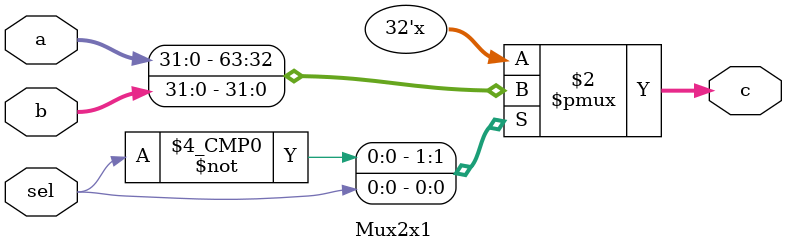
<source format=v>
module Mux2x1 #(parameter nbit=32)(
    input sel,
    input [nbit-1:0] a,b,
    output reg [nbit-1:0] c
);

always @(*) begin
    case(sel)
    1'b0:c <= a;   //choose from register file
    1'b1:c <= b;   //choose from sign extend 
    default : c <= 0 ;
    endcase
end
endmodule
</source>
